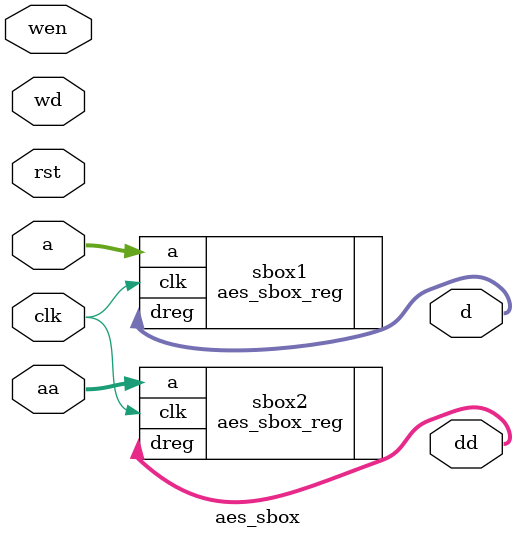
<source format=v>



module aes_sbox(clk,rst,a,d,aa,dd,wen,wd);

input clk, rst,wen;
input	[7:0]	a;
input	[7:0]	wd;
input   [7:0]   aa;
output	[7:0]	d;
output	[7:0]	dd;
/*
aes_sbox_gen sbox (
	.addra(a), // Bus [7 : 0] 
	.addrb(aa), // Bus [7 : 0] 
	.clka(clk),
	.clkb(clk),
	.douta(d), // Bus [7 : 0] 
	.doutb(dd)); // Bus [7 : 0] */

aes_sbox_reg sbox1(.clk(clk), .a(a), .dreg(d));
aes_sbox_reg sbox2(.clk(clk), .a(aa), .dreg(dd));

endmodule
</source>
